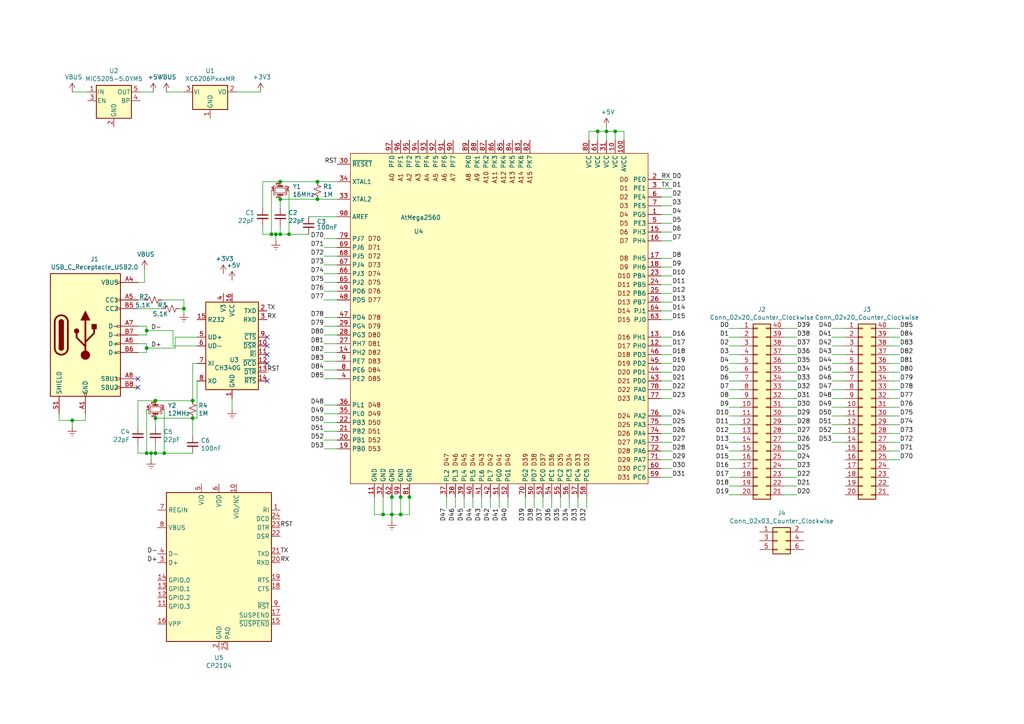
<source format=kicad_sch>
(kicad_sch (version 20200512) (host eeschema "(5.99.0-1662-g9db296991)")
  (page 1 1)
  (paper "A4")
  (junction (at 20.955 121.92))
  (junction (at 42.545 95.885))
  (junction (at 42.545 100.965))
  (junction (at 42.545 131.445))
  (junction (at 43.815 131.445))
  (junction (at 45.085 116.205))
  (junction (at 45.085 121.285))
  (junction (at 45.085 131.445))
  (junction (at 47.625 131.445))
  (junction (at 53.34 89.535))
  (junction (at 55.88 116.205))
  (junction (at 55.88 121.285))
  (junction (at 78.74 67.945))
  (junction (at 80.01 67.945))
  (junction (at 81.28 52.705))
  (junction (at 81.28 57.785))
  (junction (at 81.28 67.945))
  (junction (at 83.82 67.945))
  (junction (at 92.075 52.705))
  (junction (at 92.075 57.785))
  (junction (at 111.125 149.225))
  (junction (at 113.665 144.1704))
  (junction (at 113.665 149.225))
  (junction (at 116.205 144.1704))
  (junction (at 116.205 149.225))
  (junction (at 118.745 144.1704))
  (junction (at 173.355 38.1))
  (junction (at 175.895 38.1))
  (junction (at 178.435 38.1))
  (no_connect (at 77.47 97.79))
  (no_connect (at 77.47 105.41))
  (no_connect (at 40.005 109.855))
  (no_connect (at 77.47 100.33))
  (no_connect (at 77.47 110.49))
  (no_connect (at 77.47 102.87))
  (no_connect (at 40.005 112.395))
  (wire (pts (xy 17.145 120.015) (xy 17.145 121.92)))
  (wire (pts (xy 17.145 121.92) (xy 20.955 121.92)))
  (wire (pts (xy 20.955 26.67) (xy 25.4 26.67)))
  (wire (pts (xy 20.955 121.92) (xy 20.955 123.825)))
  (wire (pts (xy 20.955 121.92) (xy 24.765 121.92)))
  (wire (pts (xy 24.765 121.92) (xy 24.765 120.015)))
  (wire (pts (xy 40.005 86.995) (xy 41.91 86.995)))
  (wire (pts (xy 40.005 89.535) (xy 46.99 89.535)))
  (wire (pts (xy 40.005 94.615) (xy 42.545 94.615)))
  (wire (pts (xy 40.005 99.695) (xy 42.545 99.695)))
  (wire (pts (xy 40.005 116.205) (xy 45.085 116.205)))
  (wire (pts (xy 40.005 123.825) (xy 40.005 116.205)))
  (wire (pts (xy 40.005 128.905) (xy 40.005 131.445)))
  (wire (pts (xy 40.005 131.445) (xy 42.545 131.445)))
  (wire (pts (xy 40.64 26.67) (xy 44.45 26.67)))
  (wire (pts (xy 41.91 78.105) (xy 41.91 81.915)))
  (wire (pts (xy 41.91 81.915) (xy 40.005 81.915)))
  (wire (pts (xy 42.545 94.615) (xy 42.545 95.885)))
  (wire (pts (xy 42.545 95.885) (xy 42.545 97.155)))
  (wire (pts (xy 42.545 95.885) (xy 50.165 95.885)))
  (wire (pts (xy 42.545 97.155) (xy 40.005 97.155)))
  (wire (pts (xy 42.545 99.695) (xy 42.545 100.965)))
  (wire (pts (xy 42.545 100.965) (xy 42.545 102.235)))
  (wire (pts (xy 42.545 100.965) (xy 50.8 100.965)))
  (wire (pts (xy 42.545 102.235) (xy 40.005 102.235)))
  (wire (pts (xy 42.545 118.745) (xy 42.545 131.445)))
  (wire (pts (xy 42.545 131.445) (xy 43.815 131.445)))
  (wire (pts (xy 43.815 131.445) (xy 43.815 133.35)))
  (wire (pts (xy 43.815 131.445) (xy 45.085 131.445)))
  (wire (pts (xy 45.085 116.205) (xy 55.88 116.205)))
  (wire (pts (xy 45.085 121.285) (xy 45.085 123.825)))
  (wire (pts (xy 45.085 121.285) (xy 55.88 121.285)))
  (wire (pts (xy 45.085 128.905) (xy 45.085 131.445)))
  (wire (pts (xy 45.085 131.445) (xy 47.625 131.445)))
  (wire (pts (xy 46.99 86.995) (xy 53.34 86.995)))
  (wire (pts (xy 47.625 118.745) (xy 47.625 131.445)))
  (wire (pts (xy 47.625 131.445) (xy 55.88 131.445)))
  (wire (pts (xy 48.26 26.67) (xy 53.34 26.67)))
  (wire (pts (xy 50.165 95.885) (xy 50.165 100.33)))
  (wire (pts (xy 50.165 100.33) (xy 57.15 100.33)))
  (wire (pts (xy 50.8 97.79) (xy 57.15 97.79)))
  (wire (pts (xy 50.8 100.965) (xy 50.8 97.79)))
  (wire (pts (xy 53.34 86.995) (xy 53.34 89.535)))
  (wire (pts (xy 53.34 89.535) (xy 52.07 89.535)))
  (wire (pts (xy 53.34 89.535) (xy 53.34 90.805)))
  (wire (pts (xy 55.88 105.41) (xy 57.15 105.41)))
  (wire (pts (xy 55.88 116.205) (xy 55.88 105.41)))
  (wire (pts (xy 55.88 121.285) (xy 55.88 126.365)))
  (wire (pts (xy 55.88 121.285) (xy 57.15 121.285)))
  (wire (pts (xy 57.15 110.49) (xy 57.15 121.285)))
  (wire (pts (xy 67.31 115.57) (xy 67.31 118.745)))
  (wire (pts (xy 68.58 26.67) (xy 75.565 26.67)))
  (wire (pts (xy 76.2 52.705) (xy 81.28 52.705)))
  (wire (pts (xy 76.2 60.325) (xy 76.2 52.705)))
  (wire (pts (xy 76.2 65.405) (xy 76.2 67.945)))
  (wire (pts (xy 76.2 67.945) (xy 78.74 67.945)))
  (wire (pts (xy 78.74 55.245) (xy 78.74 67.945)))
  (wire (pts (xy 78.74 67.945) (xy 80.01 67.945)))
  (wire (pts (xy 80.01 67.945) (xy 80.01 69.85)))
  (wire (pts (xy 80.01 67.945) (xy 81.28 67.945)))
  (wire (pts (xy 81.28 52.705) (xy 92.075 52.705)))
  (wire (pts (xy 81.28 57.785) (xy 81.28 60.325)))
  (wire (pts (xy 81.28 57.785) (xy 92.075 57.785)))
  (wire (pts (xy 81.28 65.405) (xy 81.28 67.945)))
  (wire (pts (xy 81.28 67.945) (xy 83.82 67.945)))
  (wire (pts (xy 83.82 55.245) (xy 83.82 67.945)))
  (wire (pts (xy 83.82 67.945) (xy 89.535 67.945)))
  (wire (pts (xy 89.535 62.865) (xy 97.79 62.865)))
  (wire (pts (xy 92.075 52.705) (xy 97.79 52.705)))
  (wire (pts (xy 92.075 57.785) (xy 97.79 57.785)))
  (wire (pts (xy 93.98 69.215) (xy 97.79 69.215)))
  (wire (pts (xy 93.98 71.755) (xy 97.79 71.755)))
  (wire (pts (xy 93.98 74.295) (xy 97.79 74.295)))
  (wire (pts (xy 93.98 76.835) (xy 97.79 76.835)))
  (wire (pts (xy 93.98 79.375) (xy 97.79 79.375)))
  (wire (pts (xy 93.98 81.915) (xy 97.79 81.915)))
  (wire (pts (xy 93.98 84.455) (xy 97.79 84.455)))
  (wire (pts (xy 93.98 86.995) (xy 97.79 86.995)))
  (wire (pts (xy 93.98 92.075) (xy 97.79 92.075)))
  (wire (pts (xy 93.98 94.615) (xy 97.79 94.615)))
  (wire (pts (xy 93.98 97.155) (xy 97.79 97.155)))
  (wire (pts (xy 93.98 99.695) (xy 97.79 99.695)))
  (wire (pts (xy 93.98 102.235) (xy 97.79 102.235)))
  (wire (pts (xy 93.98 104.775) (xy 97.79 104.775)))
  (wire (pts (xy 93.98 107.315) (xy 97.79 107.315)))
  (wire (pts (xy 93.98 109.855) (xy 97.79 109.855)))
  (wire (pts (xy 93.98 117.475) (xy 97.79 117.475)))
  (wire (pts (xy 93.98 120.015) (xy 97.79 120.015)))
  (wire (pts (xy 93.98 122.555) (xy 97.79 122.555)))
  (wire (pts (xy 93.98 125.095) (xy 97.79 125.095)))
  (wire (pts (xy 93.98 127.635) (xy 97.79 127.635)))
  (wire (pts (xy 93.98 130.175) (xy 97.79 130.175)))
  (wire (pts (xy 108.585 144.145) (xy 108.585 149.225)))
  (wire (pts (xy 108.585 149.225) (xy 111.125 149.225)))
  (wire (pts (xy 111.125 144.145) (xy 111.125 149.225)))
  (wire (pts (xy 111.125 149.225) (xy 113.665 149.225)))
  (wire (pts (xy 113.665 144.145) (xy 113.665 144.1704)))
  (wire (pts (xy 113.665 144.1704) (xy 113.665 149.225)))
  (wire (pts (xy 113.665 149.225) (xy 113.665 151.13)))
  (wire (pts (xy 113.665 149.225) (xy 116.205 149.225)))
  (wire (pts (xy 116.205 144.145) (xy 116.205 144.1704)))
  (wire (pts (xy 116.205 144.1704) (xy 116.205 149.225)))
  (wire (pts (xy 116.205 149.225) (xy 118.745 149.225)))
  (wire (pts (xy 118.745 144.145) (xy 118.745 144.1704)))
  (wire (pts (xy 118.745 144.1704) (xy 118.745 149.225)))
  (wire (pts (xy 129.54 144.145) (xy 129.54 147.32)))
  (wire (pts (xy 132.08 144.145) (xy 132.08 147.32)))
  (wire (pts (xy 134.62 144.145) (xy 134.62 147.32)))
  (wire (pts (xy 137.16 144.145) (xy 137.16 147.32)))
  (wire (pts (xy 139.7 144.145) (xy 139.7 147.32)))
  (wire (pts (xy 142.24 144.145) (xy 142.24 147.32)))
  (wire (pts (xy 144.78 144.145) (xy 144.78 147.32)))
  (wire (pts (xy 147.32 144.145) (xy 147.32 147.32)))
  (wire (pts (xy 152.4 144.145) (xy 152.4 147.32)))
  (wire (pts (xy 154.94 144.145) (xy 154.94 147.32)))
  (wire (pts (xy 157.48 144.145) (xy 157.48 147.32)))
  (wire (pts (xy 160.02 144.145) (xy 160.02 147.32)))
  (wire (pts (xy 162.56 144.145) (xy 162.56 147.32)))
  (wire (pts (xy 165.1 144.145) (xy 165.1 147.32)))
  (wire (pts (xy 167.64 144.145) (xy 167.64 147.32)))
  (wire (pts (xy 170.18 144.145) (xy 170.18 147.32)))
  (wire (pts (xy 170.815 38.1) (xy 173.355 38.1)))
  (wire (pts (xy 170.815 40.64) (xy 170.815 38.1)))
  (wire (pts (xy 173.355 38.1) (xy 173.355 40.64)))
  (wire (pts (xy 173.355 38.1) (xy 175.895 38.1)))
  (wire (pts (xy 175.895 36.83) (xy 175.895 38.1)))
  (wire (pts (xy 175.895 38.1) (xy 175.895 40.64)))
  (wire (pts (xy 175.895 38.1) (xy 178.435 38.1)))
  (wire (pts (xy 178.435 38.1) (xy 178.435 40.64)))
  (wire (pts (xy 178.435 38.1) (xy 180.975 38.1)))
  (wire (pts (xy 180.975 38.1) (xy 180.975 40.64)))
  (wire (pts (xy 191.77 52.07) (xy 194.945 52.07)))
  (wire (pts (xy 191.77 54.61) (xy 194.945 54.61)))
  (wire (pts (xy 191.77 57.15) (xy 194.945 57.15)))
  (wire (pts (xy 191.77 59.69) (xy 194.945 59.69)))
  (wire (pts (xy 191.77 62.23) (xy 194.945 62.23)))
  (wire (pts (xy 191.77 64.77) (xy 194.945 64.77)))
  (wire (pts (xy 191.77 67.31) (xy 194.945 67.31)))
  (wire (pts (xy 191.77 69.85) (xy 194.945 69.85)))
  (wire (pts (xy 191.77 74.93) (xy 194.945 74.93)))
  (wire (pts (xy 191.77 77.47) (xy 194.945 77.47)))
  (wire (pts (xy 191.77 80.01) (xy 194.945 80.01)))
  (wire (pts (xy 191.77 82.55) (xy 194.945 82.55)))
  (wire (pts (xy 191.77 85.09) (xy 194.945 85.09)))
  (wire (pts (xy 191.77 87.63) (xy 194.945 87.63)))
  (wire (pts (xy 191.77 90.17) (xy 194.945 90.17)))
  (wire (pts (xy 191.77 92.71) (xy 194.945 92.71)))
  (wire (pts (xy 191.77 97.79) (xy 194.945 97.79)))
  (wire (pts (xy 191.77 100.33) (xy 194.945 100.33)))
  (wire (pts (xy 191.77 102.87) (xy 194.945 102.87)))
  (wire (pts (xy 191.77 105.41) (xy 194.945 105.41)))
  (wire (pts (xy 191.77 107.95) (xy 194.945 107.95)))
  (wire (pts (xy 191.77 110.49) (xy 194.945 110.49)))
  (wire (pts (xy 191.77 113.03) (xy 194.945 113.03)))
  (wire (pts (xy 191.77 115.57) (xy 194.945 115.57)))
  (wire (pts (xy 191.77 120.65) (xy 194.945 120.65)))
  (wire (pts (xy 191.77 123.19) (xy 194.945 123.19)))
  (wire (pts (xy 191.77 125.73) (xy 194.945 125.73)))
  (wire (pts (xy 191.77 128.27) (xy 194.945 128.27)))
  (wire (pts (xy 191.77 130.81) (xy 194.945 130.81)))
  (wire (pts (xy 191.77 133.35) (xy 194.945 133.35)))
  (wire (pts (xy 191.77 135.89) (xy 194.945 135.89)))
  (wire (pts (xy 191.77 138.43) (xy 194.945 138.43)))
  (wire (pts (xy 211.455 95.25) (xy 214.63 95.25)))
  (wire (pts (xy 211.455 97.79) (xy 214.63 97.79)))
  (wire (pts (xy 211.455 100.33) (xy 214.63 100.33)))
  (wire (pts (xy 211.455 102.87) (xy 214.63 102.87)))
  (wire (pts (xy 211.455 105.41) (xy 214.63 105.41)))
  (wire (pts (xy 211.455 107.95) (xy 214.63 107.95)))
  (wire (pts (xy 211.455 110.49) (xy 214.63 110.49)))
  (wire (pts (xy 211.455 113.03) (xy 214.63 113.03)))
  (wire (pts (xy 211.455 115.57) (xy 214.63 115.57)))
  (wire (pts (xy 211.455 118.11) (xy 214.63 118.11)))
  (wire (pts (xy 211.455 120.65) (xy 214.63 120.65)))
  (wire (pts (xy 211.455 123.19) (xy 214.63 123.19)))
  (wire (pts (xy 211.455 125.73) (xy 214.63 125.73)))
  (wire (pts (xy 211.455 128.27) (xy 214.63 128.27)))
  (wire (pts (xy 211.455 130.81) (xy 214.63 130.81)))
  (wire (pts (xy 211.455 133.35) (xy 214.63 133.35)))
  (wire (pts (xy 211.455 135.89) (xy 214.63 135.89)))
  (wire (pts (xy 211.455 138.43) (xy 214.63 138.43)))
  (wire (pts (xy 211.455 140.97) (xy 214.63 140.97)))
  (wire (pts (xy 211.455 143.51) (xy 214.63 143.51)))
  (wire (pts (xy 227.33 95.25) (xy 231.14 95.25)))
  (wire (pts (xy 227.33 97.79) (xy 231.14 97.79)))
  (wire (pts (xy 227.33 100.33) (xy 231.14 100.33)))
  (wire (pts (xy 227.33 102.87) (xy 231.14 102.87)))
  (wire (pts (xy 227.33 105.41) (xy 231.14 105.41)))
  (wire (pts (xy 227.33 107.95) (xy 231.14 107.95)))
  (wire (pts (xy 227.33 110.49) (xy 231.14 110.49)))
  (wire (pts (xy 227.33 113.03) (xy 231.14 113.03)))
  (wire (pts (xy 227.33 115.57) (xy 231.14 115.57)))
  (wire (pts (xy 227.33 118.11) (xy 231.14 118.11)))
  (wire (pts (xy 227.33 120.65) (xy 231.14 120.65)))
  (wire (pts (xy 227.33 123.19) (xy 231.14 123.19)))
  (wire (pts (xy 227.33 125.73) (xy 231.14 125.73)))
  (wire (pts (xy 227.33 128.27) (xy 231.14 128.27)))
  (wire (pts (xy 227.33 130.81) (xy 231.14 130.81)))
  (wire (pts (xy 227.33 133.35) (xy 231.14 133.35)))
  (wire (pts (xy 227.33 135.89) (xy 231.14 135.89)))
  (wire (pts (xy 227.33 138.43) (xy 231.14 138.43)))
  (wire (pts (xy 227.33 140.97) (xy 231.14 140.97)))
  (wire (pts (xy 227.33 143.51) (xy 231.14 143.51)))
  (wire (pts (xy 241.3 95.25) (xy 245.11 95.25)))
  (wire (pts (xy 241.3 97.79) (xy 245.11 97.79)))
  (wire (pts (xy 241.3 100.33) (xy 245.11 100.33)))
  (wire (pts (xy 241.3 102.87) (xy 245.11 102.87)))
  (wire (pts (xy 241.3 105.41) (xy 245.11 105.41)))
  (wire (pts (xy 241.3 107.95) (xy 245.11 107.95)))
  (wire (pts (xy 241.3 110.49) (xy 245.11 110.49)))
  (wire (pts (xy 241.3 113.03) (xy 245.11 113.03)))
  (wire (pts (xy 241.3 115.57) (xy 245.11 115.57)))
  (wire (pts (xy 241.3 118.11) (xy 245.11 118.11)))
  (wire (pts (xy 241.3 120.65) (xy 245.11 120.65)))
  (wire (pts (xy 241.3 123.19) (xy 245.11 123.19)))
  (wire (pts (xy 241.3 125.73) (xy 245.11 125.73)))
  (wire (pts (xy 241.3 128.27) (xy 245.11 128.27)))
  (wire (pts (xy 257.81 95.25) (xy 260.985 95.25)))
  (wire (pts (xy 257.81 97.79) (xy 260.985 97.79)))
  (wire (pts (xy 257.81 100.33) (xy 260.985 100.33)))
  (wire (pts (xy 257.81 102.87) (xy 260.985 102.87)))
  (wire (pts (xy 257.81 105.41) (xy 260.985 105.41)))
  (wire (pts (xy 257.81 107.95) (xy 260.985 107.95)))
  (wire (pts (xy 257.81 110.49) (xy 260.985 110.49)))
  (wire (pts (xy 257.81 113.03) (xy 260.985 113.03)))
  (wire (pts (xy 257.81 115.57) (xy 260.985 115.57)))
  (wire (pts (xy 257.81 118.11) (xy 260.985 118.11)))
  (wire (pts (xy 257.81 120.65) (xy 260.985 120.65)))
  (wire (pts (xy 257.81 123.19) (xy 260.985 123.19)))
  (wire (pts (xy 257.81 125.73) (xy 260.985 125.73)))
  (wire (pts (xy 257.81 128.27) (xy 260.985 128.27)))
  (wire (pts (xy 257.81 130.81) (xy 260.985 130.81)))
  (wire (pts (xy 257.81 133.35) (xy 260.985 133.35)))
  (label "D-" (at 43.815 95.885 0))
  (label "D+" (at 43.815 100.965 0))
  (label "D-" (at 45.72 160.655 180))
  (label "D+" (at 45.72 163.195 180))
  (label "TX" (at 77.47 90.17 0))
  (label "RX" (at 77.47 92.71 0))
  (label "RST" (at 77.47 107.95 0))
  (label "RST" (at 81.28 153.035 0))
  (label "TX" (at 81.28 160.655 0))
  (label "RX" (at 81.28 163.195 0))
  (label "D70" (at 93.98 69.215 180))
  (label "D71" (at 93.98 71.755 180))
  (label "D72" (at 93.98 74.295 180))
  (label "D73" (at 93.98 76.835 180))
  (label "D74" (at 93.98 79.375 180))
  (label "D75" (at 93.98 81.915 180))
  (label "D76" (at 93.98 84.455 180))
  (label "D77" (at 93.98 86.995 180))
  (label "D78" (at 93.98 92.075 180))
  (label "D79" (at 93.98 94.615 180))
  (label "D80" (at 93.98 97.155 180))
  (label "D81" (at 93.98 99.695 180))
  (label "D82" (at 93.98 102.235 180))
  (label "D83" (at 93.98 104.775 180))
  (label "D84" (at 93.98 107.315 180))
  (label "D85" (at 93.98 109.855 180))
  (label "D48" (at 93.98 117.475 180))
  (label "D49" (at 93.98 120.015 180))
  (label "D50" (at 93.98 122.555 180))
  (label "D51" (at 93.98 125.095 180))
  (label "D52" (at 93.98 127.635 180))
  (label "D53" (at 93.98 130.175 180))
  (label "RST" (at 97.79 47.625 180))
  (label "D47" (at 129.54 147.32 270))
  (label "D46" (at 132.08 147.32 270))
  (label "D45" (at 134.62 147.32 270))
  (label "D44" (at 137.16 147.32 270))
  (label "D43" (at 139.7 147.32 270))
  (label "D42" (at 142.24 147.32 270))
  (label "D41" (at 144.78 147.32 270))
  (label "D40" (at 147.32 147.32 270))
  (label "D39" (at 152.4 147.32 270))
  (label "D38" (at 154.94 147.32 270))
  (label "D37" (at 157.48 147.32 270))
  (label "D36" (at 160.02 147.32 270))
  (label "D35" (at 162.56 147.32 270))
  (label "D34" (at 165.1 147.32 270))
  (label "D33" (at 167.64 147.32 270))
  (label "D32" (at 170.18 147.32 270))
  (label "RX" (at 191.77 52.07 0))
  (label "TX" (at 191.77 54.61 0))
  (label "D0" (at 194.945 52.07 0))
  (label "D1" (at 194.945 54.61 0))
  (label "D2" (at 194.945 57.15 0))
  (label "D3" (at 194.945 59.69 0))
  (label "D4" (at 194.945 62.23 0))
  (label "D5" (at 194.945 64.77 0))
  (label "D6" (at 194.945 67.31 0))
  (label "D7" (at 194.945 69.85 0))
  (label "D8" (at 194.945 74.93 0))
  (label "D9" (at 194.945 77.47 0))
  (label "D10" (at 194.945 80.01 0))
  (label "D11" (at 194.945 82.55 0))
  (label "D12" (at 194.945 85.09 0))
  (label "D13" (at 194.945 87.63 0))
  (label "D14" (at 194.945 90.17 0))
  (label "D15" (at 194.945 92.71 0))
  (label "D16" (at 194.945 97.79 0))
  (label "D17" (at 194.945 100.33 0))
  (label "D18" (at 194.945 102.87 0))
  (label "D19" (at 194.945 105.41 0))
  (label "D20" (at 194.945 107.95 0))
  (label "D21" (at 194.945 110.49 0))
  (label "D22" (at 194.945 113.03 0))
  (label "D23" (at 194.945 115.57 0))
  (label "D24" (at 194.945 120.65 0))
  (label "D25" (at 194.945 123.19 0))
  (label "D26" (at 194.945 125.73 0))
  (label "D27" (at 194.945 128.27 0))
  (label "D28" (at 194.945 130.81 0))
  (label "D29" (at 194.945 133.35 0))
  (label "D30" (at 194.945 135.89 0))
  (label "D31" (at 194.945 138.43 0))
  (label "D0" (at 211.455 95.25 180))
  (label "D1" (at 211.455 97.79 180))
  (label "D2" (at 211.455 100.33 180))
  (label "D3" (at 211.455 102.87 180))
  (label "D4" (at 211.455 105.41 180))
  (label "D5" (at 211.455 107.95 180))
  (label "D6" (at 211.455 110.49 180))
  (label "D7" (at 211.455 113.03 180))
  (label "D8" (at 211.455 115.57 180))
  (label "D9" (at 211.455 118.11 180))
  (label "D10" (at 211.455 120.65 180))
  (label "D11" (at 211.455 123.19 180))
  (label "D12" (at 211.455 125.73 180))
  (label "D13" (at 211.455 128.27 180))
  (label "D14" (at 211.455 130.81 180))
  (label "D15" (at 211.455 133.35 180))
  (label "D16" (at 211.455 135.89 180))
  (label "D17" (at 211.455 138.43 180))
  (label "D18" (at 211.455 140.97 180))
  (label "D19" (at 211.455 143.51 180))
  (label "D39" (at 231.14 95.25 0))
  (label "D38" (at 231.14 97.79 0))
  (label "D37" (at 231.14 100.33 0))
  (label "D36" (at 231.14 102.87 0))
  (label "D35" (at 231.14 105.41 0))
  (label "D34" (at 231.14 107.95 0))
  (label "D33" (at 231.14 110.49 0))
  (label "D32" (at 231.14 113.03 0))
  (label "D31" (at 231.14 115.57 0))
  (label "D30" (at 231.14 118.11 0))
  (label "D29" (at 231.14 120.65 0))
  (label "D28" (at 231.14 123.19 0))
  (label "D27" (at 231.14 125.73 0))
  (label "D26" (at 231.14 128.27 0))
  (label "D25" (at 231.14 130.81 0))
  (label "D24" (at 231.14 133.35 0))
  (label "D23" (at 231.14 135.89 0))
  (label "D22" (at 231.14 138.43 0))
  (label "D21" (at 231.14 140.97 0))
  (label "D20" (at 231.14 143.51 0))
  (label "D40" (at 241.3 95.25 180))
  (label "D41" (at 241.3 97.79 180))
  (label "D42" (at 241.3 100.33 180))
  (label "D43" (at 241.3 102.87 180))
  (label "D44" (at 241.3 105.41 180))
  (label "D45" (at 241.3 107.95 180))
  (label "D46" (at 241.3 110.49 180))
  (label "D47" (at 241.3 113.03 180))
  (label "D48" (at 241.3 115.57 180))
  (label "D49" (at 241.3 118.11 180))
  (label "D50" (at 241.3 120.65 180))
  (label "D51" (at 241.3 123.19 180))
  (label "D52" (at 241.3 125.73 180))
  (label "D53" (at 241.3 128.27 180))
  (label "D85" (at 260.985 95.25 0))
  (label "D84" (at 260.985 97.79 0))
  (label "D83" (at 260.985 100.33 0))
  (label "D82" (at 260.985 102.87 0))
  (label "D81" (at 260.985 105.41 0))
  (label "D80" (at 260.985 107.95 0))
  (label "D79" (at 260.985 110.49 0))
  (label "D78" (at 260.985 113.03 0))
  (label "D77" (at 260.985 115.57 0))
  (label "D76" (at 260.985 118.11 0))
  (label "D75" (at 260.985 120.65 0))
  (label "D74" (at 260.985 123.19 0))
  (label "D73" (at 260.985 125.73 0))
  (label "D72" (at 260.985 128.27 0))
  (label "D71" (at 260.985 130.81 0))
  (label "D70" (at 260.985 133.35 0))
  (symbol (lib_id "power:VBUS") (at 20.955 26.67 0) (unit 1)
    (property "Reference" "#PWR0106" (effects hide))
    (property "Value" "VBUS" (at 21.336 22.352 0))
  )
  (symbol (lib_id "power:VBUS") (at 41.91 78.105 0) (unit 1)
    (property "Reference" "#PWR0114" (effects hide))
    (property "Value" "VBUS" (at 42.2783 73.7806 0))
  )
  (symbol (lib_id "power:+5V") (at 44.45 26.67 0) (unit 1)
    (property "Reference" "#PWR0108" (effects hide))
    (property "Value" "+5V" (at 44.831 22.352 0))
  )
  (symbol (lib_id "power:VBUS") (at 48.26 26.67 0) (unit 1)
    (property "Reference" "#PWR0107" (effects hide))
    (property "Value" "VBUS" (at 48.641 22.352 0))
  )
  (symbol (lib_id "power:+3.3V") (at 64.77 79.375 0) (unit 1)
    (property "Reference" "#PWR0113" (effects hide))
    (property "Value" "+3.3V" (at 65.1383 75.0506 0))
  )
  (symbol (lib_id "power:+5V") (at 67.31 81.28 0) (unit 1)
    (property "Reference" "#PWR0112" (effects hide))
    (property "Value" "+5V" (at 67.691 76.962 0))
  )
  (symbol (lib_id "power:+3.3V") (at 75.565 26.67 0) (unit 1)
    (property "Reference" "#PWR0105" (effects hide))
    (property "Value" "+3.3V" (at 75.9333 22.3456 0))
  )
  (symbol (lib_id "power:+5V") (at 175.895 36.83 0) (unit 1)
    (property "Reference" "#PWR0110" (effects hide))
    (property "Value" "+5V" (at 176.2633 32.5056 0))
  )
  (symbol (lib_id "power:GNDREF") (at 20.955 123.825 0) (unit 1)
    (property "Reference" "#PWR0103" (effects hide))
    (property "Value" "GNDREF" (effects hide))
  )
  (symbol (lib_id "power:GNDREF") (at 43.815 133.35 0) (unit 1)
    (property "Reference" "#PWR0102" (effects hide))
    (property "Value" "GNDREF" (effects hide))
  )
  (symbol (lib_id "power:GNDREF") (at 53.34 90.805 0) (unit 1)
    (property "Reference" "#PWR0109" (effects hide))
    (property "Value" "GNDREF" (effects hide))
  )
  (symbol (lib_id "power:GNDREF") (at 67.31 118.745 0) (unit 1)
    (property "Reference" "#PWR0101" (effects hide))
    (property "Value" "GNDREF" (effects hide))
  )
  (symbol (lib_id "power:GNDREF") (at 80.01 69.85 0) (unit 1)
    (property "Reference" "#PWR0111" (effects hide))
    (property "Value" "GNDREF" (effects hide))
  )
  (symbol (lib_id "power:GNDREF") (at 113.665 151.13 0) (unit 1)
    (property "Reference" "#PWR0104" (effects hide))
    (property "Value" "GNDREF" (effects hide))
  )
  (symbol (lib_id "Device:R_Small_US") (at 44.45 86.995 90) (unit 1)
    (property "Reference" "R2" (at 43.053 86.106 90) (effects (justify left)))
    (property "Value" "5.1K" (at 43.688 88.519 90) (effects (justify left)))
    (property "Footprint" "Resistor_SMD:R_0805_2012Metric" (effects hide))
  )
  (symbol (lib_id "Device:R_Small_US") (at 49.53 89.535 90) (unit 1)
    (property "Reference" "R3" (at 48.387 88.519 90) (effects (justify left)))
    (property "Value" "5.1K" (at 48.768 91.059 90) (effects (justify left)))
    (property "Footprint" "Resistor_SMD:R_0805_2012Metric" (effects hide))
  )
  (symbol (lib_id "Device:R_Small_US") (at 55.88 118.745 0) (unit 1)
    (property "Reference" "R4" (at 57.531 117.602 0) (effects (justify left)))
    (property "Value" "1M" (at 57.531 119.888 0) (effects (justify left)))
    (property "Footprint" "Resistor_SMD:R_0805_2012Metric" (effects hide))
  )
  (symbol (lib_id "Device:R_Small_US") (at 92.075 55.245 0) (unit 1)
    (property "Reference" "R1" (at 93.7261 54.0956 0) (effects (justify left)))
    (property "Value" "1M" (at 93.7261 56.3943 0) (effects (justify left)))
    (property "Footprint" "Resistor_SMD:R_0805_2012Metric" (effects hide))
  )
  (symbol (lib_id "Device:C_Small") (at 40.005 126.365 0) (mirror y) (unit 1)
    (property "Reference" "C4" (at 37.6682 125.222 0) (effects (justify left)))
    (property "Value" "22pF" (at 37.6682 127.508 0) (effects (justify left)))
    (property "Footprint" "Capacitor_SMD:C_0805_2012Metric" (effects hide))
  )
  (symbol (lib_id "Device:C_Small") (at 45.085 126.365 0) (unit 1)
    (property "Reference" "C5" (at 47.4218 125.222 0) (effects (justify left)))
    (property "Value" "22pF" (at 47.4218 127.508 0) (effects (justify left)))
    (property "Footprint" "Capacitor_SMD:C_0805_2012Metric" (effects hide))
  )
  (symbol (lib_id "Device:C_Small") (at 55.88 128.905 0) (unit 1)
    (property "Reference" "C6" (at 58.2168 127.762 0) (effects (justify left)))
    (property "Value" "100nF" (at 58.2168 130.048 0) (effects (justify left)))
    (property "Footprint" "Capacitor_SMD:C_0805_2012Metric" (effects hide))
  )
  (symbol (lib_id "Device:C_Small") (at 76.2 62.865 0) (mirror y) (unit 1)
    (property "Reference" "C1" (at 73.8632 61.722 0) (effects (justify left)))
    (property "Value" "22pF" (at 73.8632 64.008 0) (effects (justify left)))
    (property "Footprint" "Capacitor_SMD:C_0805_2012Metric" (effects hide))
  )
  (symbol (lib_id "Device:C_Small") (at 81.28 62.865 0) (unit 1)
    (property "Reference" "C2" (at 83.6042 61.7156 0) (effects (justify left)))
    (property "Value" "22pF" (at 83.6042 64.0143 0) (effects (justify left)))
    (property "Footprint" "Capacitor_SMD:C_0805_2012Metric" (effects hide))
  )
  (symbol (lib_id "Device:C_Small") (at 89.535 65.405 0) (unit 1)
    (property "Reference" "C3" (at 91.8718 64.262 0) (effects (justify left)))
    (property "Value" "100nF" (at 91.8718 65.913 0) (effects (justify left)))
    (property "Footprint" "Capacitor_SMD:C_0805_2012Metric" (effects hide))
  )
  (symbol (lib_id "Device:Crystal_GND24_Small") (at 45.085 118.745 90) (unit 1)
    (property "Reference" "Y2" (at 48.641 117.602 90) (effects (justify right)))
    (property "Value" "12MHz" (at 48.641 119.888 90) (effects (justify right)))
    (property "Footprint" "Crystal:Crystal_SMD_3225-4Pin_3.2x2.5mm" (effects hide))
  )
  (symbol (lib_id "Device:Crystal_GND24_Small") (at 81.28 55.245 90) (unit 1)
    (property "Reference" "Y1" (at 84.8361 54.0956 90) (effects (justify right)))
    (property "Value" "16MHz" (at 84.8361 56.3943 90) (effects (justify right)))
    (property "Footprint" "Crystal:Crystal_SMD_3225-4Pin_3.2x2.5mm" (effects hide))
  )
  (symbol (lib_id "Connector_Generic:Conn_02x03_Odd_Even") (at 225.425 156.845 0) (unit 1)
    (property "Reference" "J4" (at 226.695 148.8248 0))
    (property "Value" "Conn_02x03_Counter_Clockwise" (at 226.695 151.1235 0))
    (property "Footprint" "Custom_Vertical_2x_1.27mm_Pin_Header:PinHeader_2x03_P1.27mm_Vertical" (effects hide))
  )
  (symbol (lib_id "Regulator_Linear:XC6206PxxxMR") (at 60.96 26.67 0) (unit 1)
    (property "Reference" "U1" (at 60.96 20.5548 0))
    (property "Value" "XC6206PxxxMR" (at 60.96 22.8535 0))
    (property "Footprint" "Package_TO_SOT_SMD:SOT-23" (effects hide))
    (property "Datasheet" "https://www.torexsemi.com/file/xc6206/XC6206.pdf" (effects hide))
  )
  (symbol (lib_id "Regulator_Linear:MIC5205-5.0YM5") (at 33.02 29.21 0) (unit 1)
    (property "Reference" "U2" (at 33.02 20.5548 0))
    (property "Value" "MIC5205-5.0YM5" (at 33.02 22.8535 0))
    (property "Footprint" "Package_TO_SOT_SMD:SOT-23-5" (effects hide))
    (property "Datasheet" "http://ww1.microchip.com/downloads/en/DeviceDoc/20005785A.pdf" (effects hide))
  )
  (symbol (lib_id "Interface_USB:CH340G") (at 67.31 100.33 0) (unit 1)
    (property "Reference" "U3" (at 67.945 104.4004 0))
    (property "Value" "CH340G" (at 66.04 106.6991 0))
    (property "Footprint" "Package_SO:SOIC-16_3.9x9.9mm_P1.27mm" (effects hide))
    (property "Datasheet" "http://www.datasheet5.com/pdf-local-2195953" (effects hide))
  )
  (symbol (lib_name "Connector_Generic:Conn_02x20_Counter_Clockwise_1") (lib_id "Connector_Generic:Conn_02x20_Counter_Clockwise") (at 219.71 118.11 0) (unit 1)
    (property "Reference" "J2" (at 220.98 89.7636 0))
    (property "Value" "Conn_02x20_Counter_Clockwise" (at 220.98 92.075 0))
    (property "Footprint" "Castellations:1x40_1.0mm_Castellations" (effects hide))
  )
  (symbol (lib_id "Connector_Generic:Conn_02x20_Counter_Clockwise") (at 250.19 118.11 0) (unit 1)
    (property "Reference" "J3" (at 251.46 89.7698 0))
    (property "Value" "Conn_02x20_Counter_Clockwise" (at 251.46 92.0685 0))
    (property "Footprint" "Castellations:1x40_1.0mm_Castellations" (effects hide))
  )
  (symbol (lib_id "Connector:USB_C_Receptacle_USB2.0") (at 24.765 97.155 0) (unit 1)
    (property "Reference" "J1" (at 27.432 75.1648 0))
    (property "Value" "USB_C_Receptacle_USB2.0" (at 27.432 77.4635 0))
    (property "Footprint" "Connector_USB:USB_C_Receptacle_HRO_TYPE-C-31-M-12" (effects hide))
    (property "Datasheet" "https://www.usb.org/sites/default/files/documents/usb_type-c.zip" (effects hide))
  )
  (symbol (lib_id "Interface_USB:CP2104") (at 63.5 163.195 0) (unit 1)
    (property "Reference" "U5" (at 63.5 190.7604 0))
    (property "Value" "CP2104" (at 63.5 193.0591 0))
    (property "Footprint" "Package_DFN_QFN:QFN-24-1EP_4x4mm_P0.5mm_EP2.6x2.6mm" (effects hide))
    (property "Datasheet" "https://www.silabs.com/documents/public/data-sheets/cp2104.pdf" (effects hide))
  )
  (symbol (lib_id "Custom_Symbols_new:AtMega2560_Arduino") (at 101.6 140.335 0) (unit 1)
    (property "Reference" "U4" (at 122.809 67.1258 0) (effects (justify right)))
    (property "Value" "AtMega2560" (at 127.889 63.0745 0) (effects (justify right)))
    (property "Footprint" "Package_QFP:LQFP-100_14x14mm_P0.5mm" (effects hide))
  )
)
</source>
